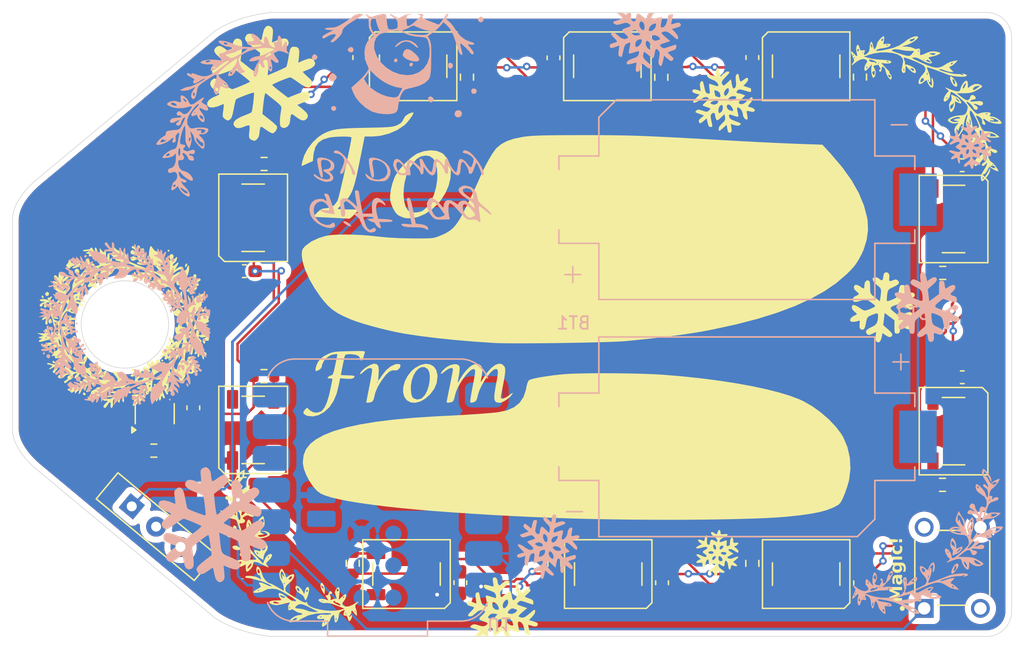
<source format=kicad_pcb>
(kicad_pcb (version 20241129) (generator "pcbnew") (generator_version "8.99")
  (layers (0 "F.Cu" signal) (2 "B.Cu" signal) (13 "F.Paste" user) (15 "B.Paste" user) (5 "F.SilkS" user "F.Silkscreen") (7 "B.SilkS" user "B.Silkscreen") (1 "F.Mask" user) (3 "B.Mask" user) (25 "Edge.Cuts" user))
  (net 0 "")
  (net 1 "Net-(BT1-PadN)")
  (net 2 "GND")
  (net 3 "5v")
  (net 4 "Net-(D1-DOUT)")
  (net 5 "Net-(D1-VDD)")
  (net 6 "Net-(D5-DOUT)")
  (net 7 "Net-(D2-DOUT)")
  (net 8 "Net-(D2-VDD)")
  (net 9 "Net-(D3-DOUT)")
  (net 10 "Net-(D3-VDD)")
  (net 11 "Net-(D4-DOUT)")
  (net 12 "Net-(D4-VDD)")
  (net 13 "RGB")
  (net 14 "Net-(D5-VDD)")
  (net 15 "Net-(D6-VDD)")
  (net 16 "Net-(D6-DOUT)")
  (net 17 "Net-(D7-DOUT)")
  (net 18 "Net-(D7-VDD)")
  (net 19 "Net-(D8-DOUT)")
  (net 20 "Net-(D8-VDD)")
  (net 21 "Net-(D10-DIN)")
  (net 22 "Net-(D9-VDD)")
  (net 24 "Net-(D10-VDD)")
  (net 25 "3v3")
  (net 34 "SW")
  (net 41 "Net-(U2-EN)")
  (net 42 "Net-(BT1-PadP)")
  (net 43 "Net-(U2-VIN)")
  (footprint "1_udu3324_foot_Library:giftag_final" (layer "F.Cu") (at 148.4 105)
    (property "Reference" "G***" (hide yes))
    (property "Value" "LOGO" (hide yes))
  )
  (footprint "LED_SMD:LED_WS2812B_PLCC4_5.0x5.0mm_P3.2mm" (layer "F.Cu") (at 189.55 131)
    (property "Reference" "D8" (hide yes))
    (property "Value" "WS2812B" (hide yes))
    (pad "1" smd roundrect (at -2.45 -1.65) (size 1.5 0.9) (layers "F.Cu" "F.Mask" "F.Paste") (roundrect_rratio 0.1) (net 20 "Net-(D8-VDD)"))
    (pad "2" smd roundrect (at -2.45 1.65) (size 1.5 0.9) (layers "F.Cu" "F.Mask" "F.Paste") (roundrect_rratio 0.1) (net 19 "Net-(D8-DOUT)"))
    (pad "3" smd roundrect (at 2.45 1.65) (size 1.5 0.9) (layers "F.Cu" "F.Mask" "F.Paste") (roundrect_rratio 0.1) (net 2 "GND"))
    (pad "4" smd roundrect (at 2.45 -1.65) (size 1.5 0.9) (layers "F.Cu" "F.Mask" "F.Paste") (roundrect_rratio 0.1) (net 17 "Net-(D7-DOUT)"))
  )
  (footprint "Resistor_SMD:R_0603_1608Metric" (layer "F.Cu") (at 193.86 91.175 -90)
    (property "Reference" "R5" (hide yes))
    (property "Value" "220Ω" (hide yes))
    (pad "1" smd roundrect (at -0.825 0 270) (size 0.8 0.95) (layers "F.Cu" "F.Mask" "F.Paste") (net 3 "5v"))
    (pad "2" smd roundrect (at 0.825 0 270) (size 0.8 0.95) (layers "F.Cu" "F.Mask" "F.Paste") (net 14 "Net-(D5-VDD)"))
  )
  (footprint "TS02-66-43-BK-260-LCR-D:SW_TS02-66-43-BK-260-LCR-D" (layer "F.Cu") (at 201.250001 130.500001 90)
    (property "Reference" "SW4" (hide yes))
    (property "Value" "DTS-61K-V" (hide yes))
    (pad "1" thru_hole rect (at -3.25 -2.25 90) (size 1.508 1.508) (drill 1) (layers "*.Cu" "*.Mask") (net 34 "SW"))
    (pad "2" thru_hole circle (at 3.25 -2.25 90) (size 1.508 1.508) (drill 1) (layers "*.Cu" "*.Mask"))
    (pad "3" thru_hole circle (at -3.25 2.25 90) (size 1.508 1.508) (drill 1) (layers "*.Cu" "*.Mask"))
    (pad "4" thru_hole circle (at 3.25 2.25 90) (size 1.508 1.508) (drill 1) (layers "*.Cu" "*.Mask") (net 2 "GND"))
  )
  (footprint "LED_SMD:LED_WS2812B_PLCC4_5.0x5.0mm_P3.2mm" (layer "F.Cu") (at 145.27 119.45 -90)
    (property "Reference" "D1" (hide yes))
    (property "Value" "WS2812B" (hide yes))
    (pad "1" smd roundrect (at -2.45 -1.65 270) (size 1.5 0.9) (layers "F.Cu" "F.Mask" "F.Paste") (roundrect_rratio 0.1) (net 5 "Net-(D1-VDD)"))
    (pad "2" smd roundrect (at -2.45 1.65 270) (size 1.5 0.9) (layers "F.Cu" "F.Mask" "F.Paste") (roundrect_rratio 0.1) (net 4 "Net-(D1-DOUT)"))
    (pad "3" smd roundrect (at 2.45 1.65 270) (size 1.5 0.9) (layers "F.Cu" "F.Mask" "F.Paste") (roundrect_rratio 0.1) (net 2 "GND"))
    (pad "4" smd roundrect (at 2.45 -1.65 270) (size 1.5 0.9) (layers "F.Cu" "F.Mask" "F.Paste") (roundrect_rratio 0.1) (net 13 "RGB"))
  )
  (footprint "Capacitor_SMD:C_0603_1608Metric_Pad1.08x0.95mm_HandSolder" (layer "F.Cu") (at 185.24 89.6125 90)
    (property "Reference" "C5" (hide yes))
    (property "Value" "100nF" (hide yes))
    (pad "1" smd roundrect (at -0.8625 0 90) (size 1.075 0.95) (layers "F.Cu" "F.Mask" "F.Paste") (net 3 "5v"))
    (pad "2" smd roundrect (at 0.8625 0 90) (size 1.075 0.95) (layers "F.Cu" "F.Mask" "F.Paste") (net 2 "GND"))
  )
  (footprint "1_udu3324_foot_Library:modified_to_K3-1260D-L1_from_SW_Slide-03_Wuerth-WS-SLTV_10x2.5x6.4_P2.54mm" (layer "F.Cu") (at 137.5 127.2 -39.806)
    (property "Reference" "SW2" (hide yes))
    (property "Value" "K3-1260D-L1" (hide yes))
    (pad "1" thru_hole rect (at -2.54 0 320.194) (size 1.5 1.5) (drill 0.8) (layers "*.Cu" "*.Mask") (net 42 "Net-(BT1-PadP)"))
    (pad "2" thru_hole circle (at 0 0 320.194) (size 1.6 1.6) (drill 0.8) (layers "*.Cu" "*.Mask"))
    (pad "3" thru_hole circle (at 2.54 0 320.194) (size 1.6 1.6) (drill 0.8) (layers "*.Cu" "*.Mask") (net 43 "Net-(U2-VIN)"))
  )
  (footprint "Capacitor_SMD:C_0603_1608Metric_Pad1.08x0.95mm_HandSolder" (layer "F.Cu") (at 178.01 131.6975 -90)
    (property "Reference" "C9" (hide yes))
    (property "Value" "100nF" (hide yes))
    (pad "1" smd roundrect (at -0.8625 0 270) (size 1.075 0.95) (layers "F.Cu" "F.Mask" "F.Paste") (net 3 "5v"))
    (pad "2" smd roundrect (at 0.8625 0 270) (size 1.075 0.95) (layers "F.Cu" "F.Mask" "F.Paste") (net 2 "GND"))
  )
  (footprint "Capacitor_SMD:C_0603_1608Metric_Pad1.08x0.95mm_HandSolder" (layer "F.Cu") (at 140.48 117.68 -90)
    (property "Reference" "C11" (hide yes))
    (property "Value" "10uF" (hide yes))
    (pad "1" smd roundrect (at -0.8625 0 270) (size 1.075 0.95) (layers "F.Cu" "F.Mask" "F.Paste") (net 3 "5v"))
    (pad "2" smd roundrect (at 0.8625 0 270) (size 1.075 0.95) (layers "F.Cu" "F.Mask" "F.Paste") (net 2 "GND"))
  )
  (footprint "Resistor_SMD:R_0603_1608Metric" (layer "F.Cu") (at 200.485 106.87 180)
    (property "Reference" "R6" (hide yes))
    (property "Value" "220Ω" (hide yes))
    (pad "1" smd roundrect (at -0.825 0 180) (size 0.8 0.95) (layers "F.Cu" "F.Mask" "F.Paste") (net 3 "5v"))
    (pad "2" smd roundrect (at 0.825 0 180) (size 0.8 0.95) (layers "F.Cu" "F.Mask" "F.Paste") (net 15 "Net-(D6-VDD)"))
  )
  (footprint "LED_SMD:LED_WS2812B_PLCC4_5.0x5.0mm_P3.2mm" (layer "F.Cu") (at 173.7 131)
    (property "Reference" "D9" (hide yes))
    (property "Value" "WS2812B" (hide yes))
    (pad "1" smd roundrect (at -2.45 -1.65) (size 1.5 0.9) (layers "F.Cu" "F.Mask" "F.Paste") (roundrect_rratio 0.1) (net 22 "Net-(D9-VDD)"))
    (pad "2" smd roundrect (at -2.45 1.65) (size 1.5 0.9) (layers "F.Cu" "F.Mask" "F.Paste") (roundrect_rratio 0.1) (net 21 "Net-(D10-DIN)"))
    (pad "3" smd roundrect (at 2.45 1.65) (size 1.5 0.9) (layers "F.Cu" "F.Mask" "F.Paste") (roundrect_rratio 0.1) (net 2 "GND"))
    (pad "4" smd roundrect (at 2.45 -1.65) (size 1.5 0.9) (layers "F.Cu" "F.Mask" "F.Paste") (roundrect_rratio 0.1) (net 19 "Net-(D8-DOUT)"))
  )
  (footprint "Capacitor_SMD:C_0603_1608Metric_Pad1.08x0.95mm_HandSolder" (layer "F.Cu") (at 202.0475 115.23)
    (property "Reference" "C7" (hide yes))
    (property "Value" "100nF" (hide yes))
    (pad "1" smd roundrect (at -0.8625 0) (size 1.075 0.95) (layers "F.Cu" "F.Mask" "F.Paste") (net 3 "5v"))
    (pad "2" smd roundrect (at 0.8625 0) (size 1.075 0.95) (layers "F.Cu" "F.Mask" "F.Paste") (net 2 "GND"))
  )
  (footprint "LED_SMD:LED_WS2812B_PLCC4_5.0x5.0mm_P3.2mm" (layer "F.Cu") (at 145.27 102.45 -90)
    (property "Reference" "D2" (hide yes))
    (property "Value" "WS2812B" (hide yes))
    (pad "1" smd roundrect (at -2.45 -1.65 270) (size 1.5 0.9) (layers "F.Cu" "F.Mask" "F.Paste") (roundrect_rratio 0.1) (net 8 "Net-(D2-VDD)"))
    (pad "2" smd roundrect (at -2.45 1.65 270) (size 1.5 0.9) (layers "F.Cu" "F.Mask" "F.Paste") (roundrect_rratio 0.1) (net 7 "Net-(D2-DOUT)"))
    (pad "3" smd roundrect (at 2.45 1.65 270) (size 1.5 0.9) (layers "F.Cu" "F.Mask" "F.Paste") (roundrect_rratio 0.1) (net 2 "GND"))
    (pad "4" smd roundrect (at 2.45 -1.65 270) (size 1.5 0.9) (layers "F.Cu" "F.Mask" "F.Paste") (roundrect_rratio 0.1) (net 4 "Net-(D1-DOUT)"))
  )
  (footprint "Resistor_SMD:R_0603_1608Metric" (layer "F.Cu") (at 162.39 91.185 -90)
    (property "Reference" "R3" (hide yes))
    (property "Value" "220Ω" (hide yes))
    (pad "1" smd roundrect (at -0.825 0 270) (size 0.8 0.95) (layers "F.Cu" "F.Mask" "F.Paste") (net 3 "5v"))
    (pad "2" smd roundrect (at 0.825 0 270) (size 0.8 0.95) (layers "F.Cu" "F.Mask" "F.Paste") (net 10 "Net-(D3-VDD)"))
  )
  (footprint "Resistor_SMD:R_0603_1608Metric" (layer "F.Cu") (at 137.32 121.11)
    (property "Reference" "R11" (hide yes))
    (property "Value" "10kΩ" (hide yes))
    (pad "1" smd roundrect (at -0.825 0) (size 0.8 0.95) (layers "F.Cu" "F.Mask" "F.Paste") (net 43 "Net-(U2-VIN)"))
    (pad "2" smd roundrect (at 0.825 0) (size 0.8 0.95) (layers "F.Cu" "F.Mask" "F.Paste") (net 41 "Net-(U2-EN)"))
  )
  (footprint "LED_SMD:LED_WS2812B_PLCC4_5.0x5.0mm_P3.2mm" (layer "F.Cu") (at 158.08 90.31 180)
    (property "Reference" "D3" (hide yes))
    (property "Value" "WS2812B" (hide yes))
    (pad "1" smd roundrect (at -2.45 -1.65 180) (size 1.5 0.9) (layers "F.Cu" "F.Mask" "F.Paste") (roundrect_rratio 0.1) (net 10 "Net-(D3-VDD)"))
    (pad "2" smd roundrect (at -2.45 1.65 180) (size 1.5 0.9) (layers "F.Cu" "F.Mask" "F.Paste") (roundrect_rratio 0.1) (net 9 "Net-(D3-DOUT)"))
    (pad "3" smd roundrect (at 2.45 1.65 180) (size 1.5 0.9) (layers "F.Cu" "F.Mask" "F.Paste") (roundrect_rratio 0.1) (net 2 "GND"))
    (pad "4" smd roundrect (at 2.45 -1.65 180) (size 1.5 0.9) (layers "F.Cu" "F.Mask" "F.Paste") (roundrect_rratio 0.1) (net 7 "Net-(D2-DOUT)"))
  )
  (footprint "LED_SMD:LED_WS2812B_PLCC4_5.0x5.0mm_P3.2mm" (layer "F.Cu") (at 201.35 102.55 90)
    (property "Reference" "D6" (hide yes))
    (property "Value" "WS2812B" (hide yes))
    (pad "1" smd roundrect (at -2.45 -1.65 90) (size 1.5 0.9) (layers "F.Cu" "F.Mask" "F.Paste") (roundrect_rratio 0.1) (net 15 "Net-(D6-VDD)"))
    (pad "2" smd roundrect (at -2.45 1.65 90) (size 1.5 0.9) (layers "F.Cu" "F.Mask" "F.Paste") (roundrect_rratio 0.1) (net 16 "Net-(D6-DOUT)"))
    (pad "3" smd roundrect (at 2.45 1.65 90) (size 1.5 0.9) (layers "F.Cu" "F.Mask" "F.Paste") (roundrect_rratio 0.1) (net 2 "GND"))
    (pad "4" smd roundrect (at 2.45 -1.65 90) (size 1.5 0.9) (layers "F.Cu" "F.Mask" "F.Paste") (roundrect_rratio 0.1) (net 6 "Net-(D5-DOUT)"))
  )
  (footprint "Resistor_SMD:R_0603_1608Metric" (layer "F.Cu") (at 146.135 115.14)
    (property "Reference" "R1" (hide yes))
    (property "Value" "220Ω" (hide yes))
    (pad "1" smd roundrect (at -0.825 0) (size 0.8 0.95) (layers "F.Cu" "F.Mask" "F.Paste") (net 3 "5v"))
    (pad "2" smd roundrect (at 0.825 0) (size 0.8 0.95) (layers "F.Cu" "F.Mask" "F.Paste") (net 5 "Net-(D1-VDD)"))
  )
  (footprint "LED_SMD:LED_WS2812B_PLCC4_5.0x5.0mm_P3.2mm" (layer "F.Cu") (at 201.35 119.55 90)
    (property "Reference" "D7" (hide yes))
    (property "Value" "WS2812B" (hide yes))
    (pad "1" smd roundrect (at -2.45 -1.65 90) (size 1.5 0.9) (layers "F.Cu" "F.Mask" "F.Paste") (roundrect_rratio 0.1) (net 18 "Net-(D7-VDD)"))
    (pad "2" smd roundrect (at -2.45 1.65 90) (size 1.5 0.9) (layers "F.Cu" "F.Mask" "F.Paste") (roundrect_rratio 0.1) (net 17 "Net-(D7-DOUT)"))
    (pad "3" smd roundrect (at 2.45 1.65 90) (size 1.5 0.9) (layers "F.Cu" "F.Mask" "F.Paste") (roundrect_rratio 0.1) (net 2 "GND"))
    (pad "4" smd roundrect (at 2.45 -1.65 90) (size 1.5 0.9) (layers "F.Cu" "F.Mask" "F.Paste") (roundrect_rratio 0.1) (net 16 "Net-(D6-DOUT)"))
  )
  (footprint "Capacitor_SMD:C_0603_1608Metric_Pad1.08x0.95mm_HandSolder" (layer "F.Cu") (at 161.86 131.6875 -90)
    (property "Reference" "C10" (hide yes))
    (property "Value" "100nF" (hide yes))
    (pad "1" smd roundrect (at -0.8625 0 270) (size 1.075 0.95) (layers "F.Cu" "F.Mask" "F.Paste") (net 3 "5v"))
    (pad "2" smd roundrect (at 0.8625 0 270) (size 1.075 0.95) (layers "F.Cu" "F.Mask" "F.Paste") (net 2 "GND"))
  )
  (footprint "Resistor_SMD:R_0603_1608Metric" (layer "F.Cu") (at 153.24 130.135 90)
    (property "Reference" "R10" (hide yes))
    (property "Value" "220Ω" (hide yes))
    (pad "1" smd roundrect (at -0.825 0 90) (size 0.8 0.95) (layers "F.Cu" "F.Mask" "F.Paste") (net 3 "5v"))
    (pad "2" smd roundrect (at 0.825 0 90) (size 0.8 0.95) (layers "F.Cu" "F.Mask" "F.Paste") (net 24 "Net-(D10-VDD)"))
  )
  (footprint "Capacitor_SMD:C_0603_1608Metric_Pad1.08x0.95mm_HandSolder" (layer "F.Cu") (at 144.5625 106.73 180)
    (property "Reference" "C2" (hide yes))
    (property "Value" "100nF" (hide yes))
    (pad "1" smd roundrect (at -0.8625 0 180) (size 1.075 0.95) (layers "F.Cu" "F.Mask" "F.Paste") (net 3 "5v"))
    (pad "2" smd roundrect (at 0.8625 0 180) (size 1.075 0.95) (layers "F.Cu" "F.Mask" "F.Paste") (net 2 "GND"))
  )
  (footprint "Capacitor_SMD:C_0603_1608Metric_Pad1.08x0.95mm_HandSolder" (layer "F.Cu") (at 144.5625 123.76 180)
    (property "Reference" "C1" (hide yes))
    (property "Value" "100nF" (hide yes))
    (pad "1" smd roundrect (at -0.8625 0 180) (size 1.075 0.95) (layers "F.Cu" "F.Mask" "F.Paste") (net 3 "5v"))
    (pad "2" smd roundrect (at 0.8625 0 180) (size 1.075 0.95) (layers "F.Cu" "F.Mask" "F.Paste") (net 2 "GND"))
  )
  (footprint "Capacitor_SMD:C_0603_1608Metric_Pad1.08x0.95mm_HandSolder" (layer "F.Cu") (at 169.32 89.6325 90)
    (property "Reference" "C4" (hide yes))
    (property "Value" "100nF" (hide yes))
    (pad "1" smd roundrect (at -0.8625 0 90) (size 1.075 0.95) (layers "F.Cu" "F.Mask" "F.Paste") (net 3 "5v"))
    (pad "2" smd roundrect (at 0.8625 0 90) (size 1.075 0.95) (layers "F.Cu" "F.Mask" "F.Paste") (net 2 "GND"))
  )
  (footprint "Resistor_SMD:R_0603_1608Metric" (layer "F.Cu") (at 169.39 130.135 90)
    (property "Reference" "R9" (hide yes))
    (property "Value" "220Ω" (hide yes))
    (pad "1" smd roundrect (at -0.825 0 90) (size 0.8 0.95) (layers "F.Cu" "F.Mask" "F.Paste") (net 3 "5v"))
    (pad "2" smd roundrect (at 0.825 0 90) (size 0.8 0.95) (layers "F.Cu" "F.Mask" "F.Paste") (net 22 "Net-(D9-VDD)"))
  )
  (footprint "Package_TO_SOT_SMD:SOT-23-5" (layer "F.Cu") (at 137.39 118.1525 90)
    (property "Reference" "U2" (hide yes))
    (property "Value" "TPS76350" (hide yes))
    (pad "1" smd roundrect (at -1.1375 -0.95 90) (size 1.325 0.6) (layers "F.Cu" "F.Mask" "F.Paste") (net 43 "Net-(U2-VIN)"))
    (pad "2" smd roundrect (at -1.1375 0 90) (size 1.325 0.6) (layers "F.Cu" "F.Mask" "F.Paste") (net 2 "GND"))
    (pad "3" smd roundrect (at -1.1375 0.95 90) (size 1.325 0.6) (layers "F.Cu" "F.Mask" "F.Paste") (net 41 "Net-(U2-EN)"))
    (pad "4" smd roundrect (at 1.1375 0.95 90) (size 1.325 0.6) (layers "F.Cu" "F.Mask" "F.Paste"))
    (pad "5" smd roundrect (at 1.1375 -0.95 90) (size 1.325 0.6) (layers "F.Cu" "F.Mask" "F.Paste") (net 3 "5v"))
  )
  (footprint "Resistor_SMD:R_0603_1608Metric" (layer "F.Cu") (at 146.145 98.14)
    (property "Reference" "R2" (hide yes))
    (property "Value" "220Ω" (hide yes))
    (pad "1" smd roundrect (at -0.825 0) (size 0.8 0.95) (layers "F.Cu" "F.Mask" "F.Paste") (net 3 "5v"))
    (pad "2" smd roundrect (at 0.825 0) (size 0.8 0.95) (layers "F.Cu" "F.Mask" "F.Paste") (net 8 "Net-(D2-VDD)"))
  )
  (footprint "Resistor_SMD:R_0603_1608Metric" (layer "F.Cu") (at 185.24 130.145 90)
    (property "Reference" "R8" (hide yes))
    (property "Value" "220Ω" (hide yes))
    (pad "1" smd roundrect (at -0.825 0 90) (size 0.8 0.95) (layers "F.Cu" "F.Mask" "F.Paste") (net 3 "5v"))
    (pad "2" smd roundrect (at 0.825 0 90) (size 0.8 0.95) (layers "F.Cu" "F.Mask" "F.Paste") (net 20 "Net-(D8-VDD)"))
  )
  (footprint "Resistor_SMD:R_0603_1608Metric" (layer "F.Cu") (at 177.95 91.195 -90)
    (property "Reference" "R4" (hide yes))
    (property "Value" "220Ω" (hide yes))
    (pad "1" smd roundrect (at -0.825 0 270) (size 0.8 0.95) (layers "F.Cu" "F.Mask" "F.Paste") (net 3 "5v"))
    (pad "2" smd roundrect (at 0.825 0 270) (size 0.8 0.95) (layers "F.Cu" "F.Mask" "F.Paste") (net 12 "Net-(D4-VDD)"))
  )
  (footprint "Capacitor_SMD:C_0603_1608Metric_Pad1.08x0.95mm_HandSolder" (layer "F.Cu") (at 153.77 89.6125 90)
    (property "Reference" "C3" (hide yes))
    (property "Value" "100nF" (hide yes))
    (pad "1" smd roundrect (at -0.8625 0 90) (size 1.075 0.95) (layers "F.Cu" "F.Mask" "F.Paste") (net 3 "5v"))
    (pad "2" smd roundrect (at 0.8625 0 90) (size 1.075 0.95) (layers "F.Cu" "F.Mask" "F.Paste") (net 2 "GND"))
  )
  (footprint "Capacitor_SMD:C_0603_1608Metric_Pad1.08x0.95mm_HandSolder" (layer "F.Cu") (at 193.87 131.6975 -90)
    (property "Reference" "C8" (hide yes))
    (property "Value" "100nF" (hide yes))
    (pad "1" smd roundrect (at -0.8625 0 270) (size 1.075 0.95) (layers "F.Cu" "F.Mask" "F.Paste") (net 3 "5v"))
    (pad "2" smd roundrect (at 0.8625 0 270) (size 1.075 0.95) (layers "F.Cu" "F.Mask" "F.Paste") (net 2 "GND"))
  )
  (footprint "LED_SMD:LED_WS2812B_PLCC4_5.0x5.0mm_P3.2mm" (layer "F.Cu") (at 157.55 131)
    (property "Reference" "D10" (hide yes))
    (property "Value" "WS2812B" (hide yes))
    (pad "1" smd roundrect (at -2.45 -1.65) (size 1.5 0.9) (layers "F.Cu" "F.Mask" "F.Paste") (roundrect_rratio 0.1) (net 24 "Net-(D10-VDD)"))
    (pad "2" smd roundrect (at -2.45 1.65) (size 1.5 0.9) (layers "F.Cu" "F.Mask" "F.Paste") (roundrect_rratio 0.1))
    (pad "3" smd roundrect (at 2.45 1.65) (size 1.5 0.9) (layers "F.Cu" "F.Mask" "F.Paste") (roundrect_rratio 0.1) (net 2 "GND"))
    (pad "4" smd roundrect (at 2.45 -1.65) (size 1.5 0.9) (layers "F.Cu" "F.Mask" "F.Paste") (roundrect_rratio 0.1) (net 21 "Net-(D10-DIN)"))
  )
  (footprint "LED_SMD:LED_WS2812B_PLCC4_5.0x5.0mm_P3.2mm" (layer "F.Cu") (at 173.63 90.31 180)
    (property "Reference" "D4" (hide yes))
    (property "Value" "WS2812B" (hide yes))
    (pad "1" smd roundrect (at -2.45 -1.65 180) (size 1.5 0.9) (layers "F.Cu" "F.Mask" "F.Paste") (roundrect_rratio 0.1) (net 12 "Net-(D4-VDD)"))
    (pad "2" smd roundrect (at -2.45 1.65 180) (size 1.5 0.9) (layers "F.Cu" "F.Mask" "F.Paste") (roundrect_rratio 0.1) (net 11 "Net-(D4-DOUT)"))
    (pad "3" smd roundrect (at 2.45 1.65 180) (size 1.5 0.9) (layers "F.Cu" "F.Mask" "F.Paste") (roundrect_rratio 0.1) (net 2 "GND"))
    (pad "4" smd roundrect (at 2.45 -1.65 180) (size 1.5 0.9) (layers "F.Cu" "F.Mask" "F.Paste") (roundrect_rratio 0.1) (net 9 "Net-(D3-DOUT)"))
  )
  (footprint "Capacitor_SMD:C_0603_1608Metric_Pad1.08x0.95mm_HandSolder" (layer "F.Cu") (at 202.0375 98.24)
    (property "Reference" "C6" (hide yes))
    (property "Value" "100nF" (hide yes))
    (pad "1" smd roundrect (at -0.8625 0) (size 1.075 0.95) (layers "F.Cu" "F.Mask" "F.Paste") (net 3 "5v"))
    (pad "2" smd roundrect (at 0.8625 0) (size 1.075 0.95) (layers "F.Cu" "F.Mask" "F.Paste") (net 2 "GND"))
  )
  (footprint "LED_SMD:LED_WS2812B_PLCC4_5.0x5.0mm_P3.2mm" (layer "F.Cu") (at 189.55 90.31 180)
    (property "Reference" "D5" (hide yes))
    (property "Value" "WS2812B" (hide yes))
    (pad "1" smd roundrect (at -2.45 -1.65 180) (size 1.5 0.9) (layers "F.Cu" "F.Mask" "F.Paste") (roundrect_rratio 0.1) (net 14 "Net-(D5-VDD)"))
    (pad "2" smd roundrect (at -2.45 1.65 180) (size 1.5 0.9) (layers "F.Cu" "F.Mask" "F.Paste") (roundrect_rratio 0.1) (net 6 "Net-(D5-DOUT)"))
    (pad "3" smd roundrect (at 2.45 1.65 180) (size 1.5 0.9) (layers "F.Cu" "F.Mask" "F.Paste") (roundrect_rratio 0.1) (net 2 "GND"))
    (pad "4" smd roundrect (at 2.45 -1.65 180) (size 1.5 0.9) (layers "F.Cu" "F.Mask" "F.Paste") (roundrect_rratio 0.1) (net 11 "Net-(D4-DOUT)"))
  )
  (footprint "Resistor_SMD:R_0603_1608Metric" (layer "F.Cu") (at 200.465 123.85 180)
    (property "Reference" "R7" (hide yes))
    (property "Value" "220Ω" (hide yes))
    (pad "1" smd roundrect (at -0.825 0 180) (size 0.8 0.95) (layers "F.Cu" "F.Mask" "F.Paste") (net 3 "5v"))
    (pad "2" smd roundrect (at 0.825 0 180) (size 0.8 0.95) (layers "F.Cu" "F.Mask" "F.Paste") (net 18 "Net-(D7-VDD)"))
  )
  (footprint "CR2032-BS-6-1:BAT_CR2032-BS-6-1" (layer "B.Cu") (at 184 101)
    (property "Reference" "BT1" (at -13.075 9.885 0) (layer "B.SilkS") (effects (justify mirror)))
    (property "Value" "CR2032-BS-6-1")
    (pad "N" smd rect (at 14.5 0) (size 3 4.2) (layers "B.Cu" "B.Mask" "B.Paste") (net 1 "Net-(BT1-PadN)"))
    (pad "P" smd rect (at -14.5 0) (size 3 4.2) (layers "B.Cu" "B.Mask" "B.Paste") (net 42 "Net-(BT1-PadP)"))
  )
  (footprint "RF_Module:MCU_Seeed_ESP32C3" (layer "B.Cu") (at 155.23 124.27)
    (property "Reference" "U1" (at 9.77 10.73 180) (layer "B.SilkS") (effects (justify mirror)))
    (property "Value" "Seeed Studio XIAO ESP32-C3")
    (pad "1" smd roundrect (at -8.5 7.62) (size 3 2) (layers "B.Cu" "B.Mask" "B.Paste") (net 13 "RGB"))
    (pad "2" smd roundrect (at -8.5 5.08) (size 3 2) (layers "B.Cu" "B.Mask" "B.Paste") (net 34 "SW"))
    (pad "3" smd roundrect (at -8.5 2.54) (size 3 2) (layers "B.Cu" "B.Mask" "B.Paste"))
    (pad "4" smd roundrect (at -8.5 0) (size 3 2) (layers "B.Cu" "B.Mask" "B.Paste"))
    (pad "5" smd roundrect (at -8.5 -2.54) (size 3 2) (layers "B.Cu" "B.Mask" "B.Paste"))
    (pad "6" smd roundrect (at -8.5 -5.08) (size 3 2) (layers "B.Cu" "B.Mask" "B.Paste"))
    (pad "7" smd roundrect (at -8.5 -7.62) (size 3 2) (layers "B.Cu" "B.Mask" "B.Paste"))
    (pad "8" smd roundrect (at 8.5 -7.62) (size 3 2) (layers "B.Cu" "B.Mask" "B.Paste"))
    (pad "9" smd roundrect (at 8.5 -5.08) (size 3 2) (layers "B.Cu" "B.Mask" "B.Paste"))
    (pad "10" smd roundrect (at 8.5 -2.54) (size 3 2) (layers "B.Cu" "B.Mask" "B.Paste"))
    (pad "11" smd roundrect (at 8.5 0) (size 3 2) (layers "B.Cu" "B.Mask" "B.Paste"))
    (pad "12" smd roundrect (at 8.5 2.54) (size 3 2) (layers "B.Cu" "B.Mask" "B.Paste") (net 25 "3v3"))
    (pad "13" smd roundrect (at 8.5 5.08) (size 3 2) (layers "B.Cu" "B.Mask" "B.Paste") (net 2 "GND"))
    (pad "14" smd roundrect (at 8.5 7.62) (size 3 2) (layers "B.Cu" "B.Mask" "B.Paste") (net 3 "5v"))
    (pad "15" smd roundrect (at 2.1 -0.6) (size 3.5 3.5) (property pad_prop_heatsink) (layers "B.Cu" "B.Mask") (roundrect_rratio 0.07142857143))
    (pad "16" smd roundrect (at -4.5 0.4) (size 2.3 1.3) (layers "B.Cu" "B.Mask" "B.Paste") (roundrect_rratio 0.1923076923) (net 2 "GND"))
    (pad "17" smd roundrect (at -4.5 2.3) (size 2.3 1.3) (layers "B.Cu" "B.Mask" "B.Paste") (roundrect_rratio 0.1923076923))
    (pad "18" smd circle (at -1.27 8.62) (size 1.3 1.3) (layers "B.Cu" "B.Mask" "B.Paste"))
    (pad "19" smd circle (at -1.27 6.04) (size 1.3 1.3) (layers "B.Cu" "B.Mask" "B.Paste"))
    (pad "20" smd circle (at -1.27 3.5) (size 1.3 1.3) (layers "B.Cu" "B.Mask" "B.Paste") (net 2 "GND"))
    (pad "21" smd circle (at 1.27 3.5) (size 1.3 1.3) (layers "B.Cu" "B.Mask" "B.Paste"))
    (pad "22" smd circle (at 1.27 6.04) (size 1.3 1.3) (layers "B.Cu" "B.Mask" "B.Paste"))
    (pad "23" smd circle (at 1.27 8.62) (size 1.3 1.3) (layers "B.Cu" "B.Mask" "B.Paste"))
  )
  (footprint "1_udu3324_foot_Library:giftag_final_back" (layer "B.Cu") (at 148.5 117.1)
    (property "Reference" "G***" (hide yes))
    (property "Value" "LOGO" (hide yes))
  )
  (footprint "CR2032-BS-6-1:BAT_CR2032-BS-6-1" (layer "B.Cu") (at 184 120 180)
    (property "Reference" "BT2" (at -14.155 9.885 0) (layer "B.SilkS") (effects (justify mirror)))
    (property "Value" "CR2032-BS-6-1")
    (pad "N" smd rect (at 14.5 0 180) (size 3 4.2) (layers "B.Cu" "B.Mask" "B.Paste") (net 2 "GND"))
    (pad "P" smd rect (at -14.5 0 180) (size 3 4.2) (layers "B.Cu" "B.Mask" "B.Paste") (net 1 "Net-(BT1-PadN)"))
  )
  (gr_arc (start 206 134) (mid 205.414214 135.414214) (end 204 136) (stroke (width 0.05)) (layer "Edge.Cuts"))
  (gr_arc (start 204 86) (mid 205.414214 86.585786) (end 206 88) (stroke (width 0.05)) (layer "Edge.Cuts"))
  (gr_line (start 146.7 86) (end 204 86) (stroke (width 0.05)) (layer "Edge.Cuts"))
  (gr_line (start 146.7 136) (end 204 136) (stroke (width 0.05)) (layer "Edge.Cuts"))
  (gr_curve (pts (xy 126 102.6) (xy 126 101) (xy 127.7 99.6) (xy 127.8 99.5)) (stroke (width 0.05)) (layer "Edge.Cuts"))
  (gr_circle (center 135 111) (end 138.5 111) (stroke (width 0.05)) (fill no) (layer "Edge.Cuts"))
  (gr_line (start 142.2 134.5) (end 127.8 122.5) (stroke (width 0.05)) (layer "Edge.Cuts"))
  (gr_curve (pts (xy 142.2 134.5) (xy 144.1 135.8) (xy 146.7 136) (xy 146.7 136)) (stroke (width 0.05)) (layer "Edge.Cuts"))
  (gr_curve (pts (xy 126 119.4) (xy 126 121) (xy 127.7 122.4) (xy 127.8 122.5)) (stroke (width 0.05)) (layer "Edge.Cuts"))
  (gr_line (start 142.2 87.5) (end 127.8 99.5) (stroke (width 0.05)) (layer "Edge.Cuts"))
  (gr_line (start 126 119.4) (end 126 102.6) (stroke (width 0.05)) (layer "Edge.Cuts"))
  (gr_curve (pts (xy 142.2 87.5) (xy 144.1 86.2) (xy 146.7 86) (xy 146.7 86)) (stroke (width 0.05)) (layer "Edge.Cuts"))
  (gr_line (start 206 134) (end 206 88) (stroke (width 0.05)) (layer "Edge.Cuts"))
  (gr_text "Magic!" (at 197.4 133.3 90) (layer "F.SilkS") (effects (font (size 1 1) (thickness 0.2) (bold yes)) (justify left bottom)))
  (segment (start 198.5 101) (end 198.5 120) (width 0.2) (layer "B.Cu") (net 1))
  (segment (start 161.73 132.68) (end 161.86 132.55) (width 0.2) (layer "F.Cu") (net 2))
  (segment (start 160 132.65) (end 160.03 132.68) (width 0.2) (layer "F.Cu") (net 2))
  (segment (start 137.999032 118.3265) (end 137.39 118.935532) (width 0.2) (layer "F.Cu") (net 2))
  (segment (start 137.39 118.935532) (end 137.39 119.29) (width 0.2) (layer "F.Cu") (net 2))
  (segment (start 160.03 132.68) (end 161.73 132.68) (width 0.2) (layer "F.Cu") (net 2))
  (segment (start 139.1665 118.3265) (end 137.999032 118.3265) (width 0.2) (layer "F.Cu") (net 2))
  (segment (start 139.3825 118.5425) (end 139.1665 118.3265) (width 0.2) (layer "F.Cu") (net 2))
  (segment (start 140.48 118.5425) (end 139.3825 118.5425) (width 0.2) (layer "F.Cu") (net 2))
  (via (at 160 132.65) (size 0.6) (drill 0.3) (layers "F.Cu" "B.Cu") (net 2))
  (segment (start 169.5 120) (end 169.5 127.5) (width 0.2) (layer "B.Cu") (net 2))
  (segment (start 164.75 129.35) (end 163.73 129.35) (width 0.2) (layer "B.Cu") (net 2))
  (segment (start 167.65 129.35) (end 163.73 129.35) (width 0.2) (layer "B.Cu") (net 2))
  (segment (start 169.5 127.5) (end 167.65 129.35) (width 0.2) (layer "B.Cu") (net 2))
  (segment (start 165.9 130.5) (end 164.75 129.35) (width 0.2) (layer "B.Cu") (net 2))
  (segment (start 160.815 133.465) (end 165.235 133.465) (width 0.2) (layer "B.Cu") (net 2))
  (segment (start 165.235 133.465) (end 165.9 132.8) (width 0.2) (layer "B.Cu") (net 2))
  (segment (start 160 132.65) (end 160.815 133.465) (width 0.2) (layer "B.Cu") (net 2))
  (segment (start 165.9 132.8) (end 165.9 130.5) (width 0.2) (layer "B.Cu") (net 2))
  (segment (start 145.31 117.63) (end 144.78 118.16) (width 0.2) (layer "F.Cu") (net 3))
  (segment (start 201.324265 111.524265) (end 201.3 111.54853) (width 0.2) (layer "F.Cu") (net 3))
  (segment (start 147.321 108.9139) (end 147.321 109.2461) (width 0.2) (layer "F.Cu") (net 3))
  (segment (start 167.174265 90.325735) (end 167.24853 90.4) (width 0.2) (layer "F.Cu") (net 3))
  (segment (start 181.824265 130.975735) (end 181.84853 131) (width 0.2) (layer "F.Cu") (net 3))
  (segment (start 185.375 130.835) (end 185.24 130.97) (width 0.2) (layer "F.Cu") (net 3))
  (segment (start 178.175 131) (end 178.01 130.835) (width 0.2) (layer "F.Cu") (net 3))
  (segment (start 193.87 130.835) (end 185.375 130.835) (width 0.2) (layer "F.Cu") (net 3))
  (segment (start 199.1 94.7) (end 199.1 93.6671) (width 0.2) (layer "F.Cu") (net 3))
  (segment (start 151.8 90.6) (end 153.645 90.6) (width 0.2) (layer "F.Cu") (net 3))
  (segment (start 201.185 115.23) (end 201.185 123.745) (width 0.2) (layer "F.Cu") (net 3))
  (segment (start 149.9 92.56) (end 149.86 92.6) (width 0.2) (layer "F.Cu") (net 3))
  (segment (start 200.3 95.9) (end 200.3 96) (width 0.2) (layer "F.Cu") (net 3))
  (segment (start 201.29 127.2029) (end 199.7429 128.75) (width 0.2) (layer "F.Cu") (net 3))
  (segment (start 162.275 90.475) (end 162.39 90.36) (width 0.2) (layer "F.Cu") (net 3))
  (segment (start 182.224265 90.375735) (end 182.24853 90.4) (width 0.2) (layer "F.Cu") (net 3))
  (segment (start 169.32 90.495) (end 177.825 90.495) (width 0.2) (layer "F.Cu") (net 3))
  (segment (start 161.725 130.96) (end 153.24 130.96) (width 0.2) (layer "F.Cu") (net 3))
  (segment (start 161.86 130.825) (end 161.725 130.96) (width 0.2) (layer "F.Cu") (net 3))
  (segment (start 199.7429 128.75) (end 195.7 128.75) (width 0.2) (layer "F.Cu") (net 3))
  (segment (start 167.76 130.96) (end 167.6 130.8) (width 0.2) (layer "F.Cu") (net 3))
  (segment (start 201.3 111.54853) (end 201.3 115.115) (width 0.2) (layer "F.Cu") (net 3))
  (segment (start 185.21 131) (end 185.24 130.97) (width 0.2) (layer "F.Cu") (net 3))
  (segment (start 167.24853 90.4) (end 169.225 90.4) (width 0.2) (layer "F.Cu") (net 3))
  (segment (start 144.78 118.16) (end 142.47 118.16) (width 0.2) (layer "F.Cu") (net 3))
  (segment (start 136.44 117.015) (end 137.695 115.76) (width 0.2) (layer "F.Cu") (net 3))
  (segment (start 180.475735 90.324265) (end 180.115735 90.324265) (width 0.2) (layer "F.Cu") (net 3))
  (segment (start 195.7829 90.35) (end 193.86 90.35) (width 0.2) (layer "F.Cu") (net 3))
  (segment (start 145.32 98.14) (end 145.32 106.625) (width 0.2) (layer "F.Cu") (net 3))
  (segment (start 165.575735 90.424265) (end 165.55147 90.4) (width 0.2) (layer "F.Cu") (net 3))
  (segment (start 195.7 129.95) (end 194.85 130.8) (width 0.2) (layer "F.Cu") (net 3))
  (segment (start 166.6 132) (end 163.52 132) (width 0.2) (layer "F.Cu") (net 3))
  (segment (start 147.321 106.899) (end 147.321 108.9139) (width 0.2) (layer "F.Cu") (net 3))
  (segment (start 180.115735 90.324265) (end 180.07 90.37) (width 0.2) (layer "F.Cu") (net 3))
  (segment (start 142.47 118.16) (end 141.85 117.54) (width 0.2) (layer "F.Cu") (net 3))
  (segment (start 201.175 106.735) (end 201.31 106.87) (width 0.2) (layer "F.Cu") (net 3))
  (segment (start 150.95 91.36) (end 151.04 91.36) (width 0.2) (layer "F.Cu") (net 3))
  (segment (start 169.515 130.835) (end 169.39 130.96) (width 0.2) (layer "F.Cu") (net 3))
  (segment (start 145.31 115.14) (end 145.31 117.63) (width 0.2) (layer "F.Cu") (net 3))
  (segment (start 201.31 109.29) (end 201.31 106.87) (width 0.2) (layer "F.Cu") (net 3))
  (segment (start 165.55147 90.4) (end 162.43 90.4) (width 0.2) (layer "F.Cu") (net 3))
  (segment (start 151.809943 130.96) (end 145.425 124.575057) (width 0.2) (layer "F.Cu") (net 3))
  (segment (start 153.645 90.6) (end 153.77 90.475) (width 0.2) (layer "F.Cu") (net 3))
  (segment (start 139.4225 115.76) (end 140.48 116.8175) (width 0.2) (layer "F.Cu") (net 3))
  (segment (start 201.225735 109.374265) (end 201.31 109.29) (width 0.2) (layer "F.Cu") (net 3))
  (segment (start 147.9671 92.6) (end 145.32 95.2471) (width 0.2) (layer "F.Cu") (net 3))
  (segment (start 185.165 90.4) (end 185.24 90.475) (width 0.2) (layer "F.Cu") (net 3))
  (segment (start 137.695 115.76) (end 139.4225 115.76) (width 0.2) (layer "F.Cu") (net 3))
  (segment (start 194.85 130.8) (end 193.905 130.8) (width 0.2) (layer "F.Cu") (net 3))
  (segment (start 145.32 95.2471) (end 145.32 98.14) (width 0.2) (layer "F.Cu") (net 3))
  (segment (start 144.021 112.5461) (end 144.021 113.851) (width 0.2) (layer "F.Cu") (net 3))
  (segment (start 177.825 90.495) (end 177.95 90.37) (width 0.2) (layer "F.Cu") (net 3))
  (segment (start 147.52 106.7) (end 147.321 106.899) (width 0.2) (layer "F.Cu") (net 3))
  (segment (start 178.01 130.835) (end 169.515 130.835) (width 0.2) (layer "F.Cu") (net 3))
  (segment (start 193.735 90.475) (end 193.86 90.35) (width 0.2) (layer "F.Cu") (net 3))
  (segment (start 147.0861 109.481) (end 144.021 112.5461) (width 0.2) (layer "F.Cu") (net 3))
  (segment (start 180.125735 130.974265) (end 180.1 131) (width 0.2) (layer "F.Cu") (net 3))
  (segment (start 147.321 109.2461) (end 147.0861 109.481) (width 0.2) (layer "F.Cu") (net 3))
  (segment (start 149.86 92.6) (end 147.9671 92.6) (width 0.2) (layer "F.Cu") (net 3))
  (segment (start 151.04 91.36) (end 151.8 90.6) (width 0.2) (layer "F.Cu") (net 3))
  (segment (start 162.43 90.4) (end 162.39 90.36) (width 0.2) (layer "F.Cu") (net 3))
  (segment (start 153.24 130.96) (end 151.809943 130.96) (width 0.2) (layer "F.Cu") (net 3))
  (segment (start 199.1 93.6671) (end 195.7829 90.35) (width 0.2) (layer "F.Cu") (net 3))
  (segment (start 180.07 90.37) (end 177.95 90.37) (width 0.2) (layer "F.Cu") (net 3))
  (segment (start 144.021 113.851) (end 145.31 115.14) (width 0.2) (layer "F.Cu") (net 3))
  (segment (start 163.52 132) (end 163.035 132) (width 0.2) (layer "F.Cu") (net 3))
  (segment (start 201.225735 109.925735) (end 201.225735 109.374265) (width 0.2) (layer "F.Cu") (net 3))
  (segment (start 141.2025 117.54) (end 140.48 116.8175) (width 0.2) (layer "F.Cu") (net 3))
  (segment (start 169.225 90.4) (end 169.32 90.495) (width 0.2) (layer "F.Cu") (net 3))
  (segment (start 180.1 131) (end 178.175 131) (width 0.2) (layer "F.Cu") (net 3))
  (segment (start 201.175 96.875) (end 201.175 98.24) (width 0.2) (layer "F.Cu") (net 3))
  (segment (start 163.035 132) (end 161.86 130.825) (width 0.2) (layer "F.Cu") (net 3))
  (segment (start 201.175 98.24) (end 201.175 106.735) (width 0.2) (layer "F.Cu") (net 3))
  (segment (start 201.3 115.115) (end 201.185 115.23) (width 0.2) (layer "F.Cu") (net 3))
  (segment (start 145.425 124.575057) (end 145.425 123.76) (width 0.2) (layer "F.Cu") (net 3))
  (segment (start 201.29 123.85) (end 201.29 127.2029) (width 0.2) (layer "F.Cu") (net 3))
  (segment (start 153.77 90.475) (end 162.275 90.475) (width 0.2) (layer "F.Cu") (net 3))
  (segment (start 181.84853 131) (end 185.21 131) (width 0.2) (layer "F.Cu") (net 3))
  (segment (start 185.24 90.475) (end 193.735 90.475) (width 0.2) (layer "F.Cu") (net 3))
  (segment (start 169.39 130.96) (end 167.76 130.96) (width 0.2) (layer "F.Cu") (net 3))
  (segment (start 193.905 130.8) (end 193.87 130.835) (width 0.2) (layer "F.Cu") (net 3))
  (segment (start 141.85 117.54) (end 141.2025 117.54) (width 0.2) (layer "F.Cu") (net 3))
  (segment (start 201.185 123.745) (end 201.29 123.85) (width 0.2) (layer "F.Cu") (net 3))
  (segment (start 200.3 96) (end 201.175 96.875) (width 0.2) (layer "F.Cu") (net 3))
  (segment (start 145.32 106.625) (end 145.425 106.73) (width 0.2) (layer "F.Cu") (net 3))
  (segment (start 182.24853 90.4) (end 185.165 90.4) (width 0.2) (layer "F.Cu") (net 3))
  (via (at 150.95 91.36) (size 0.6) (drill 0.3) (layers "F.Cu" "B.Cu") (net 3))
  (via (at 166.6 132) (size 0.6) (drill 0.3) (layers "F.Cu" "B.Cu") (net 3))
  (via (at 167.174265 90.325735) (size 0.6) (drill 0.3) (layers "F.Cu" "B.Cu") (net 3))
  (via (at 200.3 95.9) (size 0.6) (drill 0.3) (layers "F.Cu" "B.Cu") (net 3))
  (via (at 149.9 92.56) (size 0.6) (drill 0.3) (layers "F.Cu" "B.Cu") (net 3))
  (via (at 181.824265 130.975735) (size 0.6) (drill 0.3) (layers "F.Cu" "B.Cu") (net 3))
  (via (at 201.225735 109.925735) (size 0.6) (drill 0.3) (layers "F.Cu" "B.Cu") (net 3))
  (via (at 182.224265 90.375735) (size 0.6) (drill 0.3) (layers "F.Cu" "B.Cu") (net 3))
  (via (at 165.575735 90.424265) (size 0.6) (drill 0.3) (layers "F.Cu" "B.Cu") (net 3))
  (via (at 163.52 132) (size 0.6) (drill 0.3) (layers "F.Cu" "B.Cu") (net 3))
  (via (at 145.425 106.73) (size 0.6) (drill 0.3) (layers "F.Cu" "B.Cu") (net 3))
  (via (at 201.324265 111.524265) (size 0.6) (drill 0.3) (layers "F.Cu" "B.Cu") (net 3))
  (via (at 147.52 106.7) (size 0.6) (drill 0.3) (layers "F.Cu" "B.Cu") (net 3))
  (via (at 180.125735 130.974265) (size 0.6) (drill 0.3) (layers "F.Cu" "B.Cu") (net 3))
  (via (at 199.1 94.7) (size 0.6) (drill 0.3) (layers "F.Cu" "B.Cu") (net 3))
  (via (at 195.7 129.95) (size 0.6) (drill 0.3) (layers "F.Cu" "B.Cu") (net 3))
  (via (at 167.6 130.8) (size 0.6) (drill 0.3) (layers "F.Cu" "B.Cu") (net 3))
  (via (at 195.7 128.75) (size 0.6) (drill 0.3) (layers "F.Cu" "B.Cu") (net 3))
  (via (at 180.475735 90.324265) (size 0.6) (drill 0.3) (layers "F.Cu" "B.Cu") (net 3))
  (segment (start 201.225735 109.925735) (end 201.3 110) (width 0.2) (layer "B.Cu") (net 3))
  (segment (start 181.824265 130.975735) (end 181.8 131) (width 0.2) (layer "B.Cu") (net 3))
  (segment (start 150.95 91.45) (end 149.9 92.5) (width 0.2) (layer "B.Cu") (net 3))
  (segment (start 167.1 90.4) (end 167.174265 90.325735) (width 0.2) (layer "B.Cu") (net 3))
  (segment (start 201.3 110) (end 201.3 111.5) (width 0.2) (layer "B.Cu") (net 3))
  (segment (start 201.3 111.5) (end 201.324265 111.524265) (width 0.2) (layer "B.Cu") (net 3))
  (segment (start 180.55147 90.4) (end 182.2 90.4) (width 0.2) (layer "B.Cu") (net 3))
  (segment (start 181.8 131) (end 180.15147 131) (width 0.2) (layer "B.Cu") (net 3))
  (segment (start 165.575735 90.424265) (end 165.6 90.4) (width 0.2) (layer "B.Cu") (net 3))
  (segment (start 195.7 129.95) (end 195.7 128.75) (width 0.2) (layer "B.Cu") (net 3))
  (segment (start 165.6 90.4) (end 167.1 90.4) (width 0.2) (layer "B.Cu") (net 3))
  (segment (start 150.95 91.36) (end 150.95 91.45) (width 0.2) (layer "B.Cu") (net 3))
  (segment (start 149.9 92.5) (end 149.9 92.56) (width 0.2) (layer "B.Cu") (net 3))
  (segment (start 182.2 90.4) (end 182.224265 90.375735) (width 0.2) (layer "B.Cu") (net 3))
  (segment (start 180.475735 90.324265) (end 180.55147 90.4) (width 0.2) (layer "B.Cu") (net 3))
  (segment (start 166.6 131.8) (end 166.6 132) (width 0.2) (layer "B.Cu") (net 3))
  (segment (start 147.49 106.73) (end 145.425 106.73) (width 0.2) (layer "B.Cu") (net 3))
  (segment (start 180.15147 131) (end 180.125735 130.974265) (width 0.2) (layer "B.Cu") (net 3))
  (segment (start 147.52 106.7) (end 147.49 106.73) (width 0.2) (layer "B.Cu") (net 3))
  (segment (start 199.1 94.7) (end 200.3 95.9) (width 0.2) (layer "B.Cu") (net 3))
  (segment (start 167.6 130.8) (end 166.6 131.8) (width 0.2) (layer "B.Cu") (net 3))
  (segment (start 146.92 109.08) (end 143.62 112.38) (width 0.2) (layer "F.Cu") (net 4))
  (segment (start 143.62 112.38) (end 143.62 117) (width 0.2) (layer "F.Cu") (net 4))
  (segment (start 146.92 104.9) (end 146.92 109.08) (width 0.2) (layer "F.Cu") (net 4))
  (segment (start 146.92 115.18) (end 146.96 115.14) (width 0.2) (layer "F.Cu") (net 5))
  (segment (start 146.92 117) (end 146.92 115.18) (width 0.2) (layer "F.Cu") (net 5))
  (segment (start 199.7 93.7) (end 199.7 100.1) (width 0.2) (layer "F.Cu") (net 6))
  (segment (start 194.66 88.66) (end 199.7 93.7) (width 0.2) (layer "F.Cu") (net 6))
  (segment (start 192 88.66) (end 194.66 88.66) (width 0.2) (layer "F.Cu") (net 6))
  (segment (start 148.04 91.96) (end 155.63 91.96) (width 0.2) (layer "F.Cu") (net 7))
  (segment (start 143.62 100) (end 143.62 96.38) (width 0.2) (layer "F.Cu") (net 7))
  (segment (start 143.62 96.38) (end 148.04 91.96) (width 0.2) (layer "F.Cu") (net 7))
  (segment (start 146.92 100) (end 146.92 98.19) (width 0.2) (layer "F.Cu") (net 8))
  (segment (start 146.92 98.19) (end 146.97 98.14) (width 0.2) (layer "F.Cu") (net 8))
  (segment (start 167.6 91.6) (end 170.82 91.6) (width 0.2) (layer "F.Cu") (net 9))
  (segment (start 165.5 89.5) (end 167.6 91.6) (width 0.2) (layer "F.Cu") (net 9))
  (segment (start 170.82 91.6) (end 171.18 91.96) (width 0.2) (layer "F.Cu") (net 9))
  (segment (start 161.37 89.5) (end 165.5 89.5) (width 0.2) (layer "F.Cu") (net 9))
  (segment (start 160.53 88.66) (end 161.37 89.5) (width 0.2) (layer "F.Cu") (net 9))
  (segment (start 162.34 91.96) (end 162.39 92.01) (width 0.2) (layer "F.Cu") (net 10))
  (segment (start 160.53 91.96) (end 162.34 91.96) (width 0.2) (layer "F.Cu") (net 10))
  (segment (start 176.08 88.66) (end 176.82 89.4) (width 0.2) (layer "F.Cu") (net 11))
  (segment (start 180.4 89.4) (end 182.4 91.4) (width 0.2) (layer "F.Cu") (net 11))
  (segment (start 182.4 91.4) (end 186.54 91.4) (width 0.2) (layer "F.Cu") (net 11))
  (segment (start 176.82 89.4) (end 180.4 89.4) (width 0.2) (layer "F.Cu") (net 11))
  (segment (start 186.54 91.4) (end 187.1 91.96) (width 0.2) (layer "F.Cu") (net 11))
  (segment (start 176.08 91.96) (end 177.89 91.96) (width 0.2) (layer "F.Cu") (net 12))
  (segment (start 177.89 91.96) (end 177.95 92.02) (width 0.2) (layer "F.Cu") (net 12))
  (segment (start 144.5865 124.3635) (end 144.5865 122.8635) (width 0.2) (layer "F.Cu") (net 13))
  (segment (start 144.05 125.05) (end 144.05 124.9) (width 0.2) (layer "F.Cu") (net 13))
  (segment (start 144.5865 122.8635) (end 145.55 121.9) (width 0.2) (layer "F.Cu") (net 13))
  (segment (start 145.55 121.9) (end 146.92 121.9) (width 0.2) (layer "F.Cu") (net 13))
  (segment (start 144.05 124.9) (end 144.5865 124.3635) (width 0.2) (layer "F.Cu") (net 13))
  (via (at 144.05 125.05) (size 0.6) (drill 0.3) (layers "F.Cu" "B.Cu") (net 13))
  (segment (start 144.8 131.9) (end 146.72 131.9) (width 0.2) (layer "B.Cu") (net 13))
  (segment (start 146.72 131.9) (end 146.73 131.89) (width 0.2) (layer "B.Cu") (net 13))
  (segment (start 144.05 131.15) (end 144.8 131.9) (width 0.2) (layer "B.Cu") (net 13))
  (segment (start 144.05 125.05) (end 144.05 131.15) (width 0.2) (layer "B.Cu") (net 13))
  (segment (start 192 91.96) (end 193.82 91.96) (width 0.2) (layer "F.Cu") (net 14))
  (segment (start 193.82 91.96) (end 193.86 92) (width 0.2) (layer "F.Cu") (net 14))
  (segment (start 199.7 106.83) (end 199.66 106.87) (width 0.2) (layer "F.Cu") (net 15))
  (segment (start 199.7 105) (end 199.7 106.83) (width 0.2) (layer "F.Cu") (net 15))
  (segment (start 202.2 110.1) (end 201.376735 110.923265) (width 0.2) (layer "F.Cu") (net 16))
  (segment (start 203 105) (end 202.2 105.8) (width 0.2) (layer "F.Cu") (net 16))
  (segment (start 200.723265 111.576735) (end 200.1 112.2) (width 0.2) (layer "F.Cu") (net 16))
  (segment (start 202.2 105.8) (end 202.2 110.1) (width 0.2) (layer "F.Cu") (net 16))
  (segment (start 201.075322 110.923265) (end 200.723265 111.275322) (width 0.2) (layer "F.Cu") (net 16))
  (segment (start 201.376735 110.923265) (end 201.075322 110.923265) (width 0.2) (layer "F.Cu") (net 16))
  (segment (start 200.1 116.7) (end 199.7 117.1) (width 0.2) (layer "F.Cu") (net 16))
  (segment (start 200.723265 111.275322) (end 200.723265 111.576735) (width 0.2) (layer "F.Cu") (net 16))
  (segment (start 200.1 112.2) (end 200.1 116.7) (width 0.2) (layer "F.Cu") (net 16))
  (segment (start 202 127.06) (end 202 124) (width 0.2) (layer "F.Cu") (net 17))
  (segment (start 199.71 129.35) (end 202 127.06) (width 0.2) (layer "F.Cu") (net 17))
  (segment (start 202 124) (end 203 123) (width 0.2) (layer "F.Cu") (net 17))
  (segment (start 192 129.35) (end 199.71 129.35) (width 0.2) (layer "F.Cu") (net 17))
  (segment (start 203 123) (end 203 122) (width 0.2) (layer "F.Cu") (net 17))
  (segment (start 199.64 122.06) (end 199.64 123.85) (width 0.2) (layer "F.Cu") (net 18))
  (segment (start 199.7 122) (end 199.64 122.06) (width 0.2) (layer "F.Cu") (net 18))
  (segment (start 181.8 131.8) (end 179.9 129.9) (width 0.2) (layer "F.Cu") (net 19))
  (segment (start 176.7 129.9) (end 176.15 129.35) (width 0.2) (layer "F.Cu") (net 19))
  (segment (start 187.1 132.65) (end 186.25 131.8) (width 0.2) (layer "F.Cu") (net 19))
  (segment (start 186.25 131.8) (end 181.8 131.8) (width 0.2) (layer "F.Cu") (net 19))
  (segment (start 179.9 129.9) (end 176.7 129.9) (width 0.2) (layer "F.Cu") (net 19))
  (segment (start 187.07 129.32) (end 185.24 129.32) (width 0.2) (layer "F.Cu") (net 20))
  (segment (start 187.1 129.35) (end 187.07 129.32) (width 0.2) (layer "F.Cu") (net 20))
  (segment (start 166.351057 131.399) (end 166.151057 131.599) (width 0.2) (layer "F.Cu") (net 21))
  (segment (start 160.45 129.8) (end 160 129.35) (width 0.2) (layer "F.Cu") (net 21))
  (segment (start 167.201 131.751057) (end 166.848943 131.399) (width 0.2) (layer "F.Cu") (net 21))
  (segment (start 164.499 131.599) (end 162.7 129.8) (width 0.2) (layer "F.Cu") (net 21))
  (segment (start 162.7 129.8) (end 160.45 129.8) (width 0.2) (layer "F.Cu") (net 21))
  (segment (start 166.848943 131.399) (end 166.351057 131.399) (width 0.2) (layer "F.Cu") (net 21))
  (segment (start 171.25 132.65) (end 170.5 131.9) (width 0.2) (layer "F.Cu") (net 21))
  (segment (start 166.151057 131.599) (end 164.499 131.599) (width 0.2) (layer "F.Cu") (net 21))
  (segment (start 167.201 131.9) (end 167.201 131.751057) (width 0.2) (layer "F.Cu") (net 21))
  (segment (start 170.5 131.9) (end 167.201 131.9) (width 0.2) (layer "F.Cu") (net 21))
  (segment (start 169.43 129.35) (end 169.39 129.31) (width 0.2) (layer "F.Cu") (net 22))
  (segment (start 171.25 129.35) (end 169.43 129.35) (width 0.2) (layer "F.Cu") (net 22))
  (segment (start 155.1 129.35) (end 153.28 129.35) (width 0.2) (layer "F.Cu") (net 24))
  (segment (start 153.28 129.35) (end 153.24 129.31) (width 0.2) (layer "F.Cu") (net 24))
  (segment (start 154.339 135.399) (end 197.351002 135.399) (width 0.2) (layer "B.Cu") (net 34))
  (segment (start 197.351002 135.399) (end 199.000001 133.750001) (width 0.2) (layer "B.Cu") (net 34))
  (segment (start 146.73 129.35) (end 148.29 129.35) (width 0.2) (layer "B.Cu") (net 34))
  (segment (start 148.29 129.35) (end 154.339 135.399) (width 0.2) (layer "B.Cu") (net 34))
  (segment (start 138.145 121.11) (end 138.26 120.995) (width 0.2) (layer "F.Cu") (net 41))
  (segment (start 138.26 120.995) (end 138.26 119.37) (width 0.2) (layer "F.Cu") (net 41))
  (segment (start 138.26 119.37) (end 138.34 119.29) (width 0.2) (layer "F.Cu") (net 41))
  (segment (start 169.5 101) (end 155 101) (width 0.2) (layer "B.Cu") (net 42))
  (segment (start 155 101) (end 143.6 112.4) (width 0.2) (layer "B.Cu") (net 42))
  (segment (start 143.6 112.4) (end 143.6 123.55) (width 0.2) (layer "B.Cu") (net 42))
  (segment (start 136.922647 124.2) (end 135.54873 125.573917) (width 0.2) (layer "B.Cu") (net 42))
  (segment (start 143.6 123.55) (end 142.95 124.2) (width 0.2) (layer "B.Cu") (net 42))
  (segment (start 142.95 124.2) (end 136.922647 124.2) (width 0.2) (layer "B.Cu") (net 42))
  (segment (start 136.495 121.11) (end 137.605 122.22) (width 0.2) (layer "F.Cu") (net 43))
  (segment (start 137.605 122.22) (end 140.81 122.22) (width 0.2) (layer "F.Cu") (net 43))
  (segment (start 141.379134 122.789134) (end 141.379134 126.898219) (width 0.2) (layer "F.Cu") (net 43))
  (segment (start 140.81 122.22) (end 141.379134 122.789134) (width 0.2) (layer "F.Cu") (net 43))
  (segment (start 136.44 121.055) (end 136.495 121.11) (width 0.2) (layer "F.Cu") (net 43))
  (segment (start 141.379134 126.898219) (end 139.45127 128.826083) (width 0.2) (layer "F.Cu") (net 43))
  (segment (start 136.44 119.29) (end 136.44 121.055) (width 0.2) (layer "F.Cu") (net 43))
  (zone (net 2) (net_name "GND") (layer "F.Cu") (connect_pads (clearance 0.5)) (min_thickness 0.25) (fill yes (thermal_gap 0.5) (thermal_bridge_width 0.5))
    (polygon (pts (xy 144 85) (xy 207 85) (xy 207 137) (xy 143 137) (xy 125 122) (xy 125 100)))
  )
  (zone (net 2) (net_name "GND") (layer "B.Cu") (priority 1) (connect_pads (clearance 0.5)) (min_thickness 0.25) (fill yes (thermal_gap 0.5) (thermal_bridge_width 0.5))
    (polygon (pts (xy 207 85) (xy 144 85) (xy 125 100) (xy 125 122) (xy 143 137) (xy 207 137)))
  )
)
</source>
